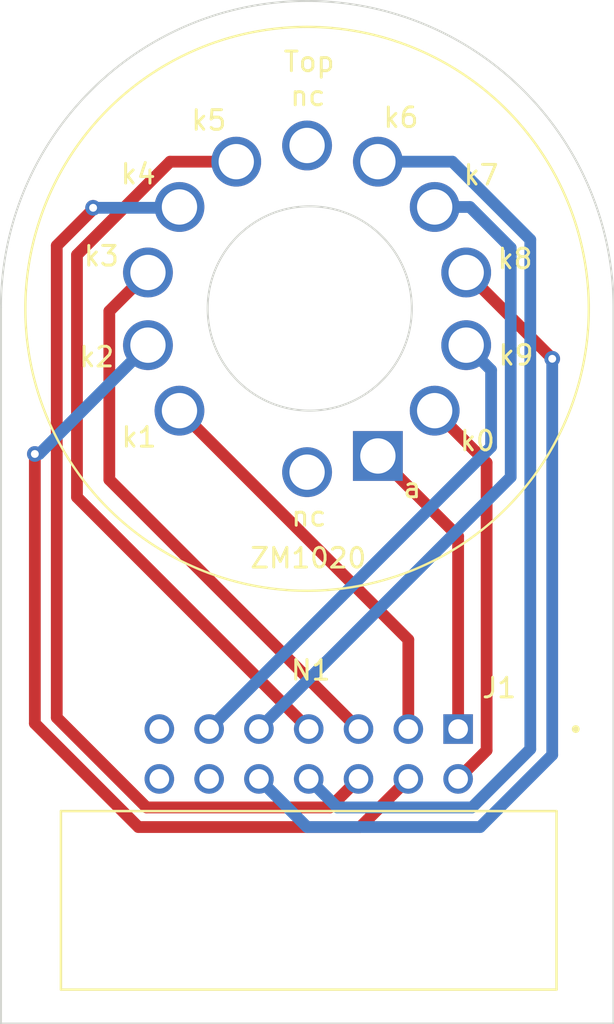
<source format=kicad_pcb>
(kicad_pcb (version 20221018) (generator pcbnew)
  (layers (0 "F.Cu" signal) (31 "B.Cu" signal) (34 "B.Paste" user) (35 "F.Paste" user) (36 "B.SilkS" user "B.Silkscreen") (37 "F.SilkS" user "F.Silkscreen") (38 "B.Mask" user) (39 "F.Mask" user) (44 "Edge.Cuts" user))
  (net 0 "")
  (net 1 "/A")
  (net 2 "/D0")
  (net 3 "/D1")
  (net 4 "/D2")
  (net 5 "/D3")
  (net 6 "/D4")
  (net 7 "/D5")
  (net 8 "/D6")
  (net 9 "/D7")
  (net 10 "/D8")
  (net 11 "/D9")
  (footprint "B13B-footprints:SULLINS_SFH11-PBPC-D07-RA-BK" (layer "F.Cu") (at 100.8634 59.8678 180)
    (fp_text reference "J1" (at -9.715 3.365) (layer "F.SilkS"))
    (fp_text value "SFH11-PBPC-D07-RA-BK_1")
    (fp_line (start -12.64 -12.01) (end 12.64 -12.01) (stroke (width 0.127)) (layer "F.SilkS"))
    (fp_line (start -12.64 -2.91) (end -12.64 -12.01) (stroke (width 0.127)) (layer "F.SilkS"))
    (fp_line (start 12.64 -12.01) (end 12.64 -2.91) (stroke (width 0.127)) (layer "F.SilkS"))
    (fp_line (start 12.64 -2.91) (end -12.64 -2.91) (stroke (width 0.127)) (layer "F.SilkS"))
    (fp_circle (center -13.62 1.27) (end -13.52 1.27) (stroke (width 0.2)) (fill none) (layer "F.SilkS"))
    (pad "1" thru_hole rect (at -7.62 1.27 180) (size 1.508 1.508) (drill 1) (layers "*.Cu" "*.Mask") (net 1 "/A"))
    (pad "2" thru_hole circle (at -7.62 -1.27 180) (size 1.508 1.508) (drill 1) (layers "*.Cu" "*.Mask") (net 2 "/D0"))
    (pad "3" thru_hole circle (at -5.08 1.27 180) (size 1.508 1.508) (drill 1) (layers "*.Cu" "*.Mask") (net 3 "/D1"))
    (pad "4" thru_hole circle (at -5.08 -1.27 180) (size 1.508 1.508) (drill 1) (layers "*.Cu" "*.Mask") (net 4 "/D2"))
    (pad "5" thru_hole circle (at -2.54 1.27 180) (size 1.508 1.508) (drill 1) (layers "*.Cu" "*.Mask") (net 5 "/D3"))
    (pad "6" thru_hole circle (at -2.54 -1.27 180) (size 1.508 1.508) (drill 1) (layers "*.Cu" "*.Mask") (net 6 "/D4"))
    (pad "7" thru_hole circle (at 0 1.27 180) (size 1.508 1.508) (drill 1) (layers "*.Cu" "*.Mask") (net 7 "/D5"))
    (pad "8" thru_hole circle (at 0 -1.27 180) (size 1.508 1.508) (drill 1) (layers "*.Cu" "*.Mask") (net 8 "/D6"))
    (pad "9" thru_hole circle (at 2.54 1.27 180) (size 1.508 1.508) (drill 1) (layers "*.Cu" "*.Mask") (net 9 "/D7"))
    (pad "10" thru_hole circle (at 2.54 -1.27 180) (size 1.508 1.508) (drill 1) (layers "*.Cu" "*.Mask") (net 10 "/D8"))
    (pad "11" thru_hole circle (at 5.08 1.27 180) (size 1.508 1.508) (drill 1) (layers "*.Cu" "*.Mask") (net 11 "/D9"))
    (pad "12" thru_hole circle (at 5.08 -1.27 180) (size 1.508 1.508) (drill 1) (layers "*.Cu" "*.Mask"))
    (pad "13" thru_hole circle (at 7.62 1.27 180) (size 1.508 1.508) (drill 1) (layers "*.Cu" "*.Mask"))
    (pad "14" thru_hole circle (at 7.62 -1.27 180) (size 1.508 1.508) (drill 1) (layers "*.Cu" "*.Mask"))
  )
  (footprint "B13B-footprints:ZM1020_2" (layer "F.Cu") (at 100.77892 37.17852)
    (fp_text reference "N1" (at 0.18608 18.42208) (layer "F.SilkS"))
    (fp_text value "ZM1020")
    (fp_text user "k3" (at -11.47 -2.1 unlocked) (layer "F.SilkS") (effects (justify left bottom)))
    (fp_text user "k5" (at -5.99 -9.02 unlocked) (layer "F.SilkS") (effects (justify left bottom)))
    (fp_text user "k0" (at 7.71 7.32 unlocked) (layer "F.SilkS") (effects (justify left bottom)))
    (fp_text user "ZM1020" (at -2.98892 13.29128 unlocked) (layer "F.SilkS") (effects (justify left bottom)))
    (fp_text user "k9" (at 9.68 2.95 unlocked) (layer "F.SilkS") (effects (justify left bottom)))
    (fp_text user "k2" (at -11.71 3.04 unlocked) (layer "F.SilkS") (effects (justify left bottom)))
    (fp_text user "k8" (at 9.63 -1.96 unlocked) (layer "F.SilkS") (effects (justify left bottom)))
    (fp_text user "k4" (at -9.59 -6.28 unlocked) (layer "F.SilkS") (effects (justify left bottom)))
    (fp_text user "Top" (at -1.28 -12.00712 unlocked) (layer "F.SilkS") (effects (justify left bottom)))
    (fp_text user "nc" (at -0.94 -10.27 unlocked) (layer "F.SilkS") (effects (justify left bottom)))
    (fp_text user "k1" (at -9.55 7.13 unlocked) (layer "F.SilkS") (effects (justify left bottom)))
    (fp_text user "k6" (at 3.81 -9.16 unlocked) (layer "F.SilkS") (effects (justify left bottom)))
    (fp_text user "k7" (at 7.9 -6.23 unlocked) (layer "F.SilkS") (effects (justify left bottom)))
    (fp_text user "nc" (at -0.89 11.16 unlocked) (layer "F.SilkS") (effects (justify left bottom)))
    (fp_text user "a" (at 4.81 9.71 unlocked) (layer "F.SilkS") (effects (justify left bottom)))
    (fp_circle (center 0 0) (end 0 14.37) (stroke (width 0.12)) (fill none) (layer "F.SilkS"))
    (pad "1" thru_hole oval (at 0 8.324999) (size 2.54 2.54) (drill 1.8) (layers "*.Cu" "*.Mask"))
    (pad "2" thru_hole rect (at 3.612081 7.500565) (size 2.54 2.54) (drill 1.8) (layers "*.Cu" "*.Mask") (net 1 "/A"))
    (pad "3" thru_hole oval (at 6.508746 5.190552) (size 2.54 2.54) (drill 1.8) (layers "*.Cu" "*.Mask") (net 2 "/D0"))
    (pad "4" thru_hole oval (at 8.116274 1.852486) (size 2.54 2.54) (drill 1.8) (layers "*.Cu" "*.Mask") (net 11 "/D9"))
    (pad "5" thru_hole oval (at 8.116274 -1.852486) (size 2.54 2.54) (drill 1.8) (layers "*.Cu" "*.Mask") (net 10 "/D8"))
    (pad "6" thru_hole oval (at 6.508746 -5.190552) (size 2.54 2.54) (drill 1.8) (layers "*.Cu" "*.Mask") (net 9 "/D7"))
    (pad "7" thru_hole oval (at 3.612081 -7.500565) (size 2.54 2.54) (drill 1.8) (layers "*.Cu" "*.Mask") (net 8 "/D6"))
    (pad "8" thru_hole oval (at 0 -8.324999) (size 2.54 2.54) (drill 1.8) (layers "*.Cu" "*.Mask"))
    (pad "9" thru_hole oval (at -3.612081 -7.500565) (size 2.54 2.54) (drill 1.8) (layers "*.Cu" "*.Mask") (net 7 "/D5"))
    (pad "10" thru_hole oval (at -6.508746 -5.190552) (size 2.54 2.54) (drill 1.8) (layers "*.Cu" "*.Mask") (net 6 "/D4"))
    (pad "11" thru_hole oval (at -8.116274 -1.852486) (size 2.54 2.54) (drill 1.8) (layers "*.Cu" "*.Mask") (net 5 "/D3"))
    (pad "12" thru_hole oval (at -8.116274 1.852486) (size 2.54 2.54) (drill 1.8) (layers "*.Cu" "*.Mask") (net 4 "/D2"))
    (pad "13" thru_hole oval (at -6.508746 5.190552) (size 2.54 2.54) (drill 1.8) (layers "*.Cu" "*.Mask") (net 3 "/D1"))
  )
  (gr_line (start 85.1662 37.1094) (end 85.1662 73.6092) (stroke (width 0.1)) (layer "Edge.Cuts"))
  (gr_arc (start 85.1662 37.1094) (mid 100.7872 21.4884) (end 116.4082 37.1094) (stroke (width 0.1)) (layer "Edge.Cuts"))
  (gr_arc (start 106.1212 37.1602) (mid 95.7072 37.1602) (end 106.1212 37.1602) (stroke (width 0.1)) (layer "Edge.Cuts"))
  (gr_line (start 116.4082 73.6092) (end 116.4082 37.1094) (stroke (width 0.1)) (layer "Edge.Cuts"))
  (gr_line (start 85.1662 73.6092) (end 116.4082 73.6092) (stroke (width 0.1)) (layer "Edge.Cuts"))
  (segment (start 108.4834 48.771484) (end 104.391001 44.679085) (width 0.6) (layer "F.Cu") (net 1))
  (segment (start 108.4834 58.5978) (end 108.4834 48.771484) (width 0.6) (layer "F.Cu") (net 1))
  (segment (start 108.4834 61.1378) (end 109.9374 59.6838) (width 0.6) (layer "F.Cu") (net 2))
  (segment (start 109.9374 59.6838) (end 109.9374 45.018806) (width 0.6) (layer "F.Cu") (net 2))
  (segment (start 109.9374 45.018806) (end 107.287666 42.369072) (width 0.6) (layer "F.Cu") (net 2))
  (segment (start 105.9434 58.5978) (end 105.9434 54.042298) (width 0.6) (layer "F.Cu") (net 3))
  (segment (start 105.9434 54.042298) (end 94.270174 42.369072) (width 0.6) (layer "F.Cu") (net 3))
  (segment (start 92.174986 63.5918) (end 103.4894 63.5918) (width 0.6) (layer "F.Cu") (net 4))
  (segment (start 86.8934 44.577) (end 86.8934 58.310214) (width 0.6) (layer "F.Cu") (net 4))
  (segment (start 86.8934 58.310214) (end 92.174986 63.5918) (width 0.6) (layer "F.Cu") (net 4))
  (segment (start 103.4894 63.5918) (end 105.9434 61.1378) (width 0.6) (layer "F.Cu") (net 4))
  (via (at 86.8934 44.577) (size 0.8) (drill 0.4) (layers "F.Cu" "B.Cu") (net 4))
  (segment (start 87.116652 44.577) (end 86.8934 44.577) (width 0.6) (layer "B.Cu") (net 4))
  (segment (start 92.662646 39.031006) (end 87.116652 44.577) (width 0.6) (layer "B.Cu") (net 4))
  (segment (start 90.692646 45.887046) (end 90.692646 37.296034) (width 0.6) (layer "F.Cu") (net 5))
  (segment (start 90.692646 37.296034) (end 92.662646 35.326034) (width 0.6) (layer "F.Cu") (net 5))
  (segment (start 103.4034 58.5978) (end 90.692646 45.887046) (width 0.6) (layer "F.Cu") (net 5))
  (segment (start 92.5892 62.5918) (end 101.9494 62.5918) (width 0.6) (layer "F.Cu") (net 6))
  (segment (start 92.5892 62.5918) (end 88.011 58.0136) (width 0.6) (layer "F.Cu") (net 6))
  (segment (start 101.9494 62.5918) (end 103.4034 61.1378) (width 0.6) (layer "F.Cu") (net 6))
  (segment (start 89.8652 32.1056) (end 89.8652 32.0294) (width 0.6) (layer "F.Cu") (net 6))
  (segment (start 88.011 58.0136) (end 88.011 33.9598) (width 0.6) (layer "F.Cu") (net 6))
  (segment (start 88.011 33.9598) (end 89.8652 32.1056) (width 0.6) (layer "F.Cu") (net 6))
  (via (at 89.8652 32.0294) (size 0.8) (drill 0.4) (layers "F.Cu" "B.Cu") (net 6))
  (segment (start 94.228742 32.0294) (end 94.270174 31.987968) (width 0.6) (layer "B.Cu") (net 6))
  (segment (start 89.8652 32.0294) (end 94.228742 32.0294) (width 0.6) (layer "B.Cu") (net 6))
  (segment (start 93.794186 29.677955) (end 97.166839 29.677955) (width 0.6) (layer "F.Cu") (net 7))
  (segment (start 100.8634 58.5978) (end 89.041592 46.775992) (width 0.6) (layer "F.Cu") (net 7))
  (segment (start 89.041592 34.430549) (end 93.794186 29.677955) (width 0.6) (layer "F.Cu") (net 7))
  (segment (start 89.041592 46.775992) (end 89.041592 34.430549) (width 0.6) (layer "F.Cu") (net 7))
  (segment (start 112.165194 59.619806) (end 112.165195 33.655232) (width 0.6) (layer "B.Cu") (net 8))
  (segment (start 108.187918 29.677955) (end 104.391001 29.677955) (width 0.6) (layer "B.Cu") (net 8))
  (segment (start 102.3174 62.5918) (end 109.1932 62.5918) (width 0.6) (layer "B.Cu") (net 8))
  (segment (start 100.8634 61.1378) (end 102.3174 62.5918) (width 0.6) (layer "B.Cu") (net 8))
  (segment (start 109.1932 62.5918) (end 112.165194 59.619806) (width 0.6) (layer "B.Cu") (net 8))
  (segment (start 112.165195 33.655232) (end 108.187918 29.677955) (width 0.6) (layer "B.Cu") (net 8))
  (segment (start 98.3234 58.5978) (end 111.165194 45.756006) (width 0.6) (layer "B.Cu") (net 9))
  (segment (start 111.165194 45.756006) (end 111.165194 34.069445) (width 0.6) (layer "B.Cu") (net 9))
  (segment (start 109.083717 31.987968) (end 107.287666 31.987968) (width 0.6) (layer "B.Cu") (net 9))
  (segment (start 111.165194 34.069445) (end 109.083717 31.987968) (width 0.6) (layer "B.Cu") (net 9))
  (segment (start 113.284 39.71484) (end 108.895194 35.326034) (width 0.6) (layer "F.Cu") (net 10))
  (segment (start 113.284 39.7256) (end 113.284 39.71484) (width 0.6) (layer "F.Cu") (net 10))
  (via (at 113.284 39.7256) (size 0.8) (drill 0.4) (layers "F.Cu" "B.Cu") (net 10))
  (segment (start 113.284 39.7256) (end 113.284 59.915214) (width 0.6) (layer "B.Cu") (net 10))
  (segment (start 100.7774 63.5918) (end 98.3234 61.1378) (width 0.6) (layer "B.Cu") (net 10))
  (segment (start 113.284 59.915214) (end 109.607414 63.5918) (width 0.6) (layer "B.Cu") (net 10))
  (segment (start 109.607414 63.5918) (end 100.7774 63.5918) (width 0.6) (layer "B.Cu") (net 10))
  (segment (start 95.7834 58.5978) (end 110.165194 44.216006) (width 0.6) (layer "B.Cu") (net 11))
  (segment (start 110.165194 44.216006) (end 110.165194 40.301006) (width 0.6) (layer "B.Cu") (net 11))
  (segment (start 110.165194 40.301006) (end 108.895194 39.031006) (width 0.6) (layer "B.Cu") (net 11))
)
</source>
